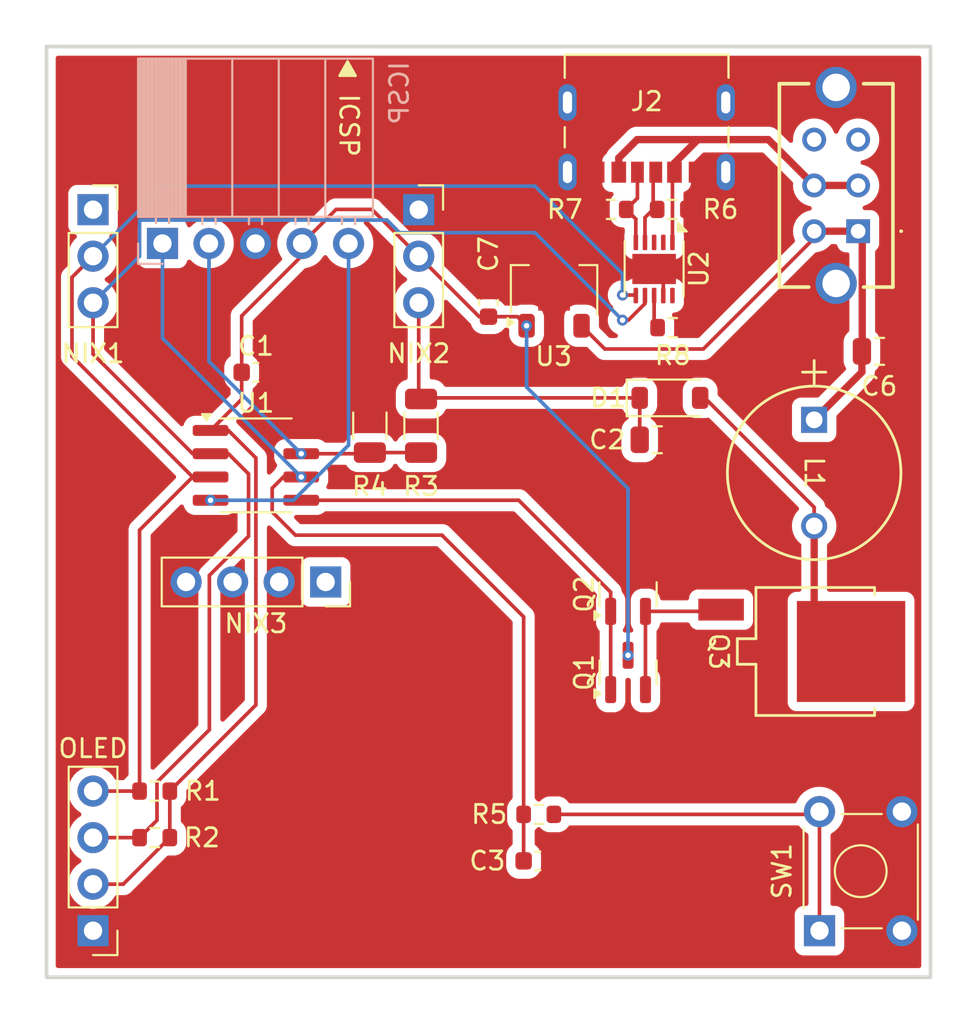
<source format=kicad_pcb>
(kicad_pcb (version 20240108) (generator "pcbnew") (generator_version "8.0")
  (layers (0 "F.Cu" signal) (31 "B.Cu" signal) (34 "B.Paste" user) (35 "F.Paste" user) (36 "B.SilkS" user "B.Silkscreen") (37 "F.SilkS" user "F.Silkscreen") (38 "B.Mask" user) (39 "F.Mask" user) (44 "Edge.Cuts" user))
  (net 0 "")
  (net 1 "GND")
  (net 2 "/5V VRM/5V")
  (net 3 "/Boost Converter/180V")
  (net 4 "/Button/Button")
  (net 5 "Net-(D1-A)")
  (net 6 "Net-(J1-Pin_5)")
  (net 7 "/Controller/HVMON")
  (net 8 "/Controller/SCL")
  (net 9 "/Controller/SDA")
  (net 10 "Net-(Q1-E)")
  (net 11 "/Boost Converter/PWM")
  (net 12 "Net-(R5-Pad2)")
  (net 13 "Net-(U2-VSET)")
  (net 19 "/USB PD/CC1")
  (net 20 "/USB PD/CC2")
  (net 23 "/5V VRM/VBUS")
  (net 24 "/USB PD/VBUS In")
  (footprint "Package_TO_SOT_SMD:SOT-89-3" (layer "F.Cu") (at 150.9 92.03 90)
    (property "Reference" "U3" (at -3.6264 -0.024 180) (layer "F.SilkS"))
    (property "Value" "~")
    (fp_line (start -1.22 -2.36) (end 1.36 -2.36) (stroke (width 0.12)) (layer "F.SilkS"))
    (fp_line (start 1.36 -1.38) (end 1.36 -2.36) (stroke (width 0.12)) (layer "F.SilkS"))
    (fp_line (start 1.36 1.38) (end 1.36 2.36) (stroke (width 0.12)) (layer "F.SilkS"))
    (fp_line (start 1.36 2.36) (end -1.36 2.36) (stroke (width 0.12)) (layer "F.SilkS"))
    (fp_poly (pts (xy -1.77 -2.21) (xy -2.01 -2.54) (xy -1.53 -2.54) (xy -1.77 -2.21)) (stroke (width 0.12)) (fill solid) (layer "F.SilkS"))
    (pad "1" smd roundrect (at -1.95 -1.5 90) (size 1.3 0.9) (layers "F.Cu" "F.Paste" "F.Mask") (net 2 "/5V VRM/5V"))
    (pad "2" smd custom (at -1.8625 0 90) (size 1.475 0.9) (layers "F.Cu" "F.Paste" "F.Mask") (net 1 "GND") (options (clearance outline) (anchor rect)) (primitives (gr_poly (pts (xy 3.8625 0.8665) (xy 0.7375 0.8665) (xy 0.7375 -0.8665) (xy 3.8625 -0.8665)) (width 0) (fill yes))))
    (pad "3" smd roundrect (at -1.95 1.5 90) (size 1.3 0.9) (layers "F.Cu" "F.Paste" "F.Mask") (net 23 "/5V VRM/VBUS"))
  )
  (footprint "Connector_PinSocket_2.54mm:PinSocket_1x04_P2.54mm_Vertical" (layer "F.Cu") (at 138.43 107.965 -90)
    (property "Reference" "J4" (hide yes))
    (property "Value" "NIX3" (at 2.271 3.81 180) (layer "F.SilkS"))
    (fp_line (start -1.33 8.95) (end 1.33 8.95) (stroke (width 0.12)) (layer "F.SilkS"))
    (fp_line (start -1.33 1.27) (end -1.33 8.95) (stroke (width 0.12)) (layer "F.SilkS"))
    (fp_line (start -1.33 1.27) (end 1.33 1.27) (stroke (width 0.12)) (layer "F.SilkS"))
    (fp_line (start 1.33 1.27) (end 1.33 8.95) (stroke (width 0.12)) (layer "F.SilkS"))
    (fp_line (start 0 -1.33) (end 1.33 -1.33) (stroke (width 0.12)) (layer "F.SilkS"))
    (fp_line (start 1.33 -1.33) (end 1.33 0) (stroke (width 0.12)) (layer "F.SilkS"))
    (pad "1" thru_hole rect (at 0 0 270) (size 1.7 1.7) (drill 1) (layers "*.Cu" "*.Mask"))
    (pad "2" thru_hole oval (at 0 2.54 270) (size 1.7 1.7) (drill 1) (layers "*.Cu" "*.Mask") (net 1 "GND"))
    (pad "3" thru_hole oval (at 0 5.08 270) (size 1.7 1.7) (drill 1) (layers "*.Cu" "*.Mask") (net 1 "GND"))
    (pad "4" thru_hole oval (at 0 7.62 270) (size 1.7 1.7) (drill 1) (layers "*.Cu" "*.Mask") (net 1 "GND"))
  )
  (footprint "Capacitor_SMD:C_0603_1608Metric" (layer "F.Cu") (at 134.62 96.52)
    (property "Reference" "C1" (at 0 -1.43 0) (layer "F.SilkS"))
    (property "Value" "100nF")
    (fp_line (start -0.14058 -0.51) (end 0.14058 -0.51) (stroke (width 0.12)) (layer "F.SilkS"))
    (fp_line (start -0.14058 0.51) (end 0.14058 0.51) (stroke (width 0.12)) (layer "F.SilkS"))
    (pad "1" smd roundrect (at -0.775 0) (size 0.9 0.95) (layers "F.Cu" "F.Paste" "F.Mask") (net 2 "/5V VRM/5V"))
    (pad "2" smd roundrect (at 0.775 0) (size 0.9 0.95) (layers "F.Cu" "F.Paste" "F.Mask") (net 1 "GND"))
  )
  (footprint "Package_TO_SOT_SMD:SOT-23" (layer "F.Cu") (at 154.94 112.903 90)
    (property "Reference" "Q1" (at 0 -2.4 90) (layer "F.SilkS"))
    (property "Value" "MMBT2222A")
    (fp_line (start 0 -1.56) (end 0.65 -1.56) (stroke (width 0.12)) (layer "F.SilkS"))
    (fp_line (start 0 -1.56) (end -0.65 -1.56) (stroke (width 0.12)) (layer "F.SilkS"))
    (fp_line (start 0 1.56) (end 0.65 1.56) (stroke (width 0.12)) (layer "F.SilkS"))
    (fp_line (start 0 1.56) (end -0.65 1.56) (stroke (width 0.12)) (layer "F.SilkS"))
    (fp_poly (pts (xy -1.1625 -1.51) (xy -1.4025 -1.84) (xy -0.9225 -1.84) (xy -1.1625 -1.51)) (stroke (width 0.12)) (fill solid) (layer "F.SilkS"))
    (pad "1" smd roundrect (at -0.9375 -0.95 90) (size 1.475 0.6) (layers "F.Cu" "F.Paste" "F.Mask") (net 11 "/Boost Converter/PWM"))
    (pad "2" smd roundrect (at -0.9375 0.95 90) (size 1.475 0.6) (layers "F.Cu" "F.Paste" "F.Mask") (net 10 "Net-(Q1-E)"))
    (pad "3" smd roundrect (at 0.9375 0 90) (size 1.475 0.6) (layers "F.Cu" "F.Paste" "F.Mask") (net 2 "/5V VRM/5V"))
  )
  (footprint "Package_TO_SOT_SMD:SOT-23" (layer "F.Cu") (at 154.94 108.632499 90)
    (property "Reference" "Q2" (at 0 -2.4 90) (layer "F.SilkS"))
    (property "Value" "MMBT2907ALT1G")
    (fp_line (start 0 -1.56) (end 0.65 -1.56) (stroke (width 0.12)) (layer "F.SilkS"))
    (fp_line (start 0 -1.56) (end -0.65 -1.56) (stroke (width 0.12)) (layer "F.SilkS"))
    (fp_line (start 0 1.56) (end 0.65 1.56) (stroke (width 0.12)) (layer "F.SilkS"))
    (fp_line (start 0 1.56) (end -0.65 1.56) (stroke (width 0.12)) (layer "F.SilkS"))
    (fp_poly (pts (xy -1.1625 -1.51) (xy -1.4025 -1.84) (xy -0.9225 -1.84) (xy -1.1625 -1.51)) (stroke (width 0.12)) (fill solid) (layer "F.SilkS"))
    (pad "1" smd roundrect (at -0.9375 -0.95 90) (size 1.475 0.6) (layers "F.Cu" "F.Paste" "F.Mask") (net 11 "/Boost Converter/PWM"))
    (pad "2" smd roundrect (at -0.9375 0.95 90) (size 1.475 0.6) (layers "F.Cu" "F.Paste" "F.Mask") (net 10 "Net-(Q1-E)"))
    (pad "3" smd roundrect (at 0.9375 0 90) (size 1.475 0.6) (layers "F.Cu" "F.Paste" "F.Mask") (net 1 "GND"))
  )
  (footprint "Connector_PinSocket_2.54mm:PinSocket_1x03_P2.54mm_Vertical" (layer "F.Cu") (at 125.73 87.645)
    (property "Reference" "J5" (hide yes))
    (property "Value" "NIX1" (at 0 7.85 0) (layer "F.SilkS"))
    (fp_line (start -1.33 1.27) (end -1.33 6.41) (stroke (width 0.12)) (layer "F.SilkS"))
    (fp_line (start -1.33 1.27) (end 1.33 1.27) (stroke (width 0.12)) (layer "F.SilkS"))
    (fp_line (start -1.33 6.41) (end 1.33 6.41) (stroke (width 0.12)) (layer "F.SilkS"))
    (fp_line (start 0 -1.33) (end 1.33 -1.33) (stroke (width 0.12)) (layer "F.SilkS"))
    (fp_line (start 1.33 -1.33) (end 1.33 0) (stroke (width 0.12)) (layer "F.SilkS"))
    (fp_line (start 1.33 1.27) (end 1.33 6.41) (stroke (width 0.12)) (layer "F.SilkS"))
    (pad "1" thru_hole rect (at 0 0) (size 1.7 1.7) (drill 1) (layers "*.Cu" "*.Mask"))
    (pad "2" thru_hole oval (at 0 2.54) (size 1.7 1.7) (drill 1) (layers "*.Cu" "*.Mask") (net 9 "/Controller/SDA"))
    (pad "3" thru_hole oval (at 0 5.08) (size 1.7 1.7) (drill 1) (layers "*.Cu" "*.Mask") (net 8 "/Controller/SCL"))
  )
  (footprint "Package_SO:SOIC-8_3.9x4.9mm_P1.27mm" (layer "F.Cu") (at 134.62 101.6)
    (property "Reference" "U1" (at 0 -3.4 0) (layer "F.SilkS"))
    (property "Value" "~")
    (fp_line (start 0 -2.56) (end -1.95 -2.56) (stroke (width 0.12)) (layer "F.SilkS"))
    (fp_line (start 0 -2.56) (end 1.95 -2.56) (stroke (width 0.12)) (layer "F.SilkS"))
    (fp_line (start 0 2.56) (end -1.95 2.56) (stroke (width 0.12)) (layer "F.SilkS"))
    (fp_line (start 0 2.56) (end 1.95 2.56) (stroke (width 0.12)) (layer "F.SilkS"))
    (fp_poly (pts (xy -2.7 -2.465) (xy -2.94 -2.795) (xy -2.46 -2.795) (xy -2.7 -2.465)) (stroke (width 0.12)) (fill solid) (layer "F.SilkS"))
    (pad "1" smd roundrect (at -2.475 -1.905) (size 1.95 0.6) (layers "F.Cu" "F.Paste" "F.Mask") (net 2 "/5V VRM/5V"))
    (pad "2" smd roundrect (at -2.475 -0.635) (size 1.95 0.6) (layers "F.Cu" "F.Paste" "F.Mask") (net 8 "/Controller/SCL"))
    (pad "3" smd roundrect (at -2.475 0.635) (size 1.95 0.6) (layers "F.Cu" "F.Paste" "F.Mask") (net 9 "/Controller/SDA"))
    (pad "4" smd roundrect (at -2.475 1.905) (size 1.95 0.6) (layers "F.Cu" "F.Paste" "F.Mask") (net 6 "Net-(J1-Pin_5)"))
    (pad "5" smd roundrect (at 2.475 1.905) (size 1.95 0.6) (layers "F.Cu" "F.Paste" "F.Mask") (net 11 "/Boost Converter/PWM"))
    (pad "6" smd roundrect (at 2.475 0.635) (size 1.95 0.6) (layers "F.Cu" "F.Paste" "F.Mask") (net 4 "/Button/Button"))
    (pad "7" smd roundrect (at 2.475 -0.635) (size 1.95 0.6) (layers "F.Cu" "F.Paste" "F.Mask") (net 7 "/Controller/HVMON"))
    (pad "8" smd roundrect (at 2.475 -1.905) (size 1.95 0.6) (layers "F.Cu" "F.Paste" "F.Mask") (net 1 "GND"))
  )
  (footprint "SamacSys_Parts:SLW1116297AD" (layer "F.Cu") (at 167.5 88.82 90)
    (property "Reference" "S1" (hide yes))
    (property "Value" "SLW-111629-7A-D" (hide yes))
    (fp_line (start 8.05 -4.3) (end 8.05 -2.7) (stroke (width 0.2)) (layer "F.SilkS"))
    (fp_line (start -3.05 -4.3) (end 8.05 -4.3) (stroke (width 0.2)) (layer "F.SilkS"))
    (fp_line (start -3.05 -2.7) (end -3.05 -4.3) (stroke (width 0.2)) (layer "F.SilkS"))
    (fp_line (start -3.05 0.3) (end -3.05 1.9) (stroke (width 0.2)) (layer "F.SilkS"))
    (fp_line (start 8.05 1.9) (end 8.05 0.3) (stroke (width 0.2)) (layer "F.SilkS"))
    (fp_line (start -3.05 1.9) (end 8.05 1.9) (stroke (width 0.2)) (layer "F.SilkS"))
    (fp_line (start 0 2.3) (end 0 2.3) (stroke (width 0.1)) (layer "F.SilkS"))
    (fp_line (start 0 2.4) (end 0 2.4) (stroke (width 0.1)) (layer "F.SilkS"))
    (fp_arc (start 0 2.3) (mid 0.05 2.35) (end 0 2.4) (stroke (width 0.1)) (layer "F.SilkS"))
    (fp_arc (start 0 2.4) (mid -0.05 2.35) (end 0 2.3) (stroke (width 0.1)) (layer "F.SilkS"))
    (pad "1" thru_hole rect (at 0 0 90) (size 1.3 1.3) (drill 0.8) (layers "*.Cu" "*.Mask") (net 23 "/5V VRM/VBUS"))
    (pad "2" thru_hole circle (at 2.5 0 90) (size 1.3 1.3) (drill 0.8) (layers "*.Cu" "*.Mask") (net 24 "/USB PD/VBUS In"))
    (pad "3" thru_hole circle (at 5 0 90) (size 1.3 1.3) (drill 0.8) (layers "*.Cu" "*.Mask"))
    (pad "4" thru_hole circle (at 5 -2.4 90) (size 1.3 1.3) (drill 0.8) (layers "*.Cu" "*.Mask"))
    (pad "5" thru_hole circle (at 2.5 -2.4 90) (size 1.3 1.3) (drill 0.8) (layers "*.Cu" "*.Mask") (net 24 "/USB PD/VBUS In"))
    (pad "6" thru_hole circle (at 0 -2.4 90) (size 1.3 1.3) (drill 0.8) (layers "*.Cu" "*.Mask") (net 23 "/5V VRM/VBUS"))
    (pad "MH1" thru_hole circle (at -2.85 -1.2 90) (size 2.25 2.25) (drill 1.5) (layers "*.Cu" "*.Mask") (net 1 "GND"))
    (pad "MH2" thru_hole circle (at 7.85 -1.2 90) (size 2.25 2.25) (drill 1.5) (layers "*.Cu" "*.Mask") (net 1 "GND"))
  )
  (footprint "Resistor_SMD:R_0603_1608Metric" (layer "F.Cu") (at 157.353 87.63 180)
    (property "Reference" "R6" (at -2.631 0 180) (layer "F.SilkS"))
    (property "Value" "5.1k")
    (fp_line (start -0.237258 0.5225) (end 0.237258 0.5225) (stroke (width 0.12)) (layer "F.SilkS"))
    (fp_line (start -0.237258 -0.5225) (end 0.237258 -0.5225) (stroke (width 0.12)) (layer "F.SilkS"))
    (pad "1" smd roundrect (at -0.825 0 180) (size 0.8 0.95) (layers "F.Cu" "F.Paste" "F.Mask") (net 1 "GND"))
    (pad "2" smd roundrect (at 0.825 0 180) (size 0.8 0.95) (layers "F.Cu" "F.Paste" "F.Mask") (net 19 "/USB PD/CC1"))
  )
  (footprint "Capacitor_SMD:C_0603_1608Metric" (layer "F.Cu") (at 147.32 92.71 90)
    (property "Reference" "C7" (at 2.6416 0 90) (layer "F.SilkS"))
    (property "Value" "100nF")
    (fp_line (start -0.14058 -0.51) (end 0.14058 -0.51) (stroke (width 0.12)) (layer "F.SilkS"))
    (fp_line (start -0.14058 0.51) (end 0.14058 0.51) (stroke (width 0.12)) (layer "F.SilkS"))
    (pad "1" smd roundrect (at -0.775 0 90) (size 0.9 0.95) (layers "F.Cu" "F.Paste" "F.Mask") (net 2 "/5V VRM/5V"))
    (pad "2" smd roundrect (at 0.775 0 90) (size 0.9 0.95) (layers "F.Cu" "F.Paste" "F.Mask") (net 1 "GND"))
  )
  (footprint "Resistor_SMD:R_0603_1608Metric" (layer "F.Cu") (at 129.095 119.38 180)
    (property "Reference" "R1" (at -2.6294 0 0) (layer "F.SilkS"))
    (property "Value" "5.1k")
    (fp_line (start -0.237258 0.5225) (end 0.237258 0.5225) (stroke (width 0.12)) (layer "F.SilkS"))
    (fp_line (start -0.237258 -0.5225) (end 0.237258 -0.5225) (stroke (width 0.12)) (layer "F.SilkS"))
    (pad "1" smd roundrect (at -0.825 0 180) (size 0.8 0.95) (layers "F.Cu" "F.Paste" "F.Mask") (net 2 "/5V VRM/5V"))
    (pad "2" smd roundrect (at 0.825 0 180) (size 0.8 0.95) (layers "F.Cu" "F.Paste" "F.Mask") (net 9 "/Controller/SDA"))
  )
  (footprint "Diode_SMD:D_SOD-123" (layer "F.Cu") (at 157.226 97.917)
    (property "Reference" "D1" (at -3.3772 0 0) (layer "F.SilkS"))
    (property "Value" "D_Schottky")
    (fp_line (start -2.36 -1) (end -2.36 1) (stroke (width 0.12)) (layer "F.SilkS"))
    (fp_line (start -2.36 -1) (end 1.65 -1) (stroke (width 0.12)) (layer "F.SilkS"))
    (fp_line (start -2.36 1) (end 1.65 1) (stroke (width 0.12)) (layer "F.SilkS"))
    (pad "1" smd roundrect (at -1.65 0) (size 0.9 1.2) (layers "F.Cu" "F.Paste" "F.Mask") (net 3 "/Boost Converter/180V"))
    (pad "2" smd roundrect (at 1.65 0) (size 0.9 1.2) (layers "F.Cu" "F.Paste" "F.Mask") (net 5 "Net-(D1-A)"))
  )
  (footprint "Connector_PinHeader_2.54mm:PinHeader_1x04_P2.54mm_Vertical" (layer "F.Cu") (at 125.73 127 180)
    (property "Reference" "J3" (hide yes))
    (property "Value" "OLED" (at 0 9.95 0) (layer "F.SilkS"))
    (fp_line (start 1.33 1.27) (end 1.33 8.95) (stroke (width 0.12)) (layer "F.SilkS"))
    (fp_line (start -1.33 8.95) (end 1.33 8.95) (stroke (width 0.12)) (layer "F.SilkS"))
    (fp_line (start -1.33 1.27) (end 1.33 1.27) (stroke (width 0.12)) (layer "F.SilkS"))
    (fp_line (start -1.33 1.27) (end -1.33 8.95) (stroke (width 0.12)) (layer "F.SilkS"))
    (fp_line (start -1.33 0) (end -1.33 -1.33) (stroke (width 0.12)) (layer "F.SilkS"))
    (fp_line (start -1.33 -1.33) (end 0 -1.33) (stroke (width 0.12)) (layer "F.SilkS"))
    (pad "1" thru_hole rect (at 0 0 180) (size 1.7 1.7) (drill 1) (layers "*.Cu" "*.Mask") (net 1 "GND"))
    (pad "2" thru_hole oval (at 0 2.54 180) (size 1.7 1.7) (drill 1) (layers "*.Cu" "*.Mask") (net 2 "/5V VRM/5V"))
    (pad "3" thru_hole oval (at 0 5.08 180) (size 1.7 1.7) (drill 1) (layers "*.Cu" "*.Mask") (net 8 "/Controller/SCL"))
    (pad "4" thru_hole oval (at 0 7.62 180) (size 1.7 1.7) (drill 1) (layers "*.Cu" "*.Mask") (net 9 "/Controller/SDA"))
  )
  (footprint "Package_DFN_QFN:DFN-10-1EP_3x3mm_P0.5mm_EP1.65x2.38mm" (layer "F.Cu") (at 156.3624 90.8812 -90)
    (property "Reference" "U2" (at 0 -2.45 90) (layer "F.SilkS"))
    (property "Value" "~")
    (fp_line (start -1.5 1.61) (end 1.5 1.61) (stroke (width 0.12)) (layer "F.SilkS"))
    (fp_line (start -1.5 -1.61) (end 1.5 -1.61) (stroke (width 0.12)) (layer "F.SilkS"))
    (fp_poly (pts (xy -2.05 -1.3) (xy -2.53 -1.3) (xy -2.05 -1.78) (xy -2.05 -1.3)) (stroke (width 0.12)) (fill solid) (layer "F.SilkS"))
    (pad "1" smd roundrect (at -1.45 -1 270) (size 0.85 0.25) (layers "F.Cu" "F.Paste" "F.Mask") (net 24 "/USB PD/VBUS In"))
    (pad "2" smd roundrect (at -1.45 -0.5 270) (size 0.85 0.25) (layers "F.Cu" "F.Paste" "F.Mask"))
    (pad "3" smd roundrect (at -1.45 0 270) (size 0.85 0.25) (layers "F.Cu" "F.Paste" "F.Mask"))
    (pad "4" smd roundrect (at -1.45 0.5 270) (size 0.85 0.25) (layers "F.Cu" "F.Paste" "F.Mask") (net 19 "/USB PD/CC1"))
    (pad "5" smd roundrect (at -1.45 1 270) (size 0.85 0.25) (layers "F.Cu" "F.Paste" "F.Mask") (net 20 "/USB PD/CC2"))
    (pad "6" smd roundrect (at 1.45 1 270) (size 0.85 0.25) (layers "F.Cu" "F.Paste" "F.Mask") (net 9 "/Controller/SDA"))
    (pad "7" smd roundrect (at 1.45 0.5 270) (size 0.85 0.25) (layers "F.Cu" "F.Paste" "F.Mask") (net 8 "/Controller/SCL"))
    (pad "8" smd roundrect (at 1.45 0 270) (size 0.85 0.25) (layers "F.Cu" "F.Paste" "F.Mask") (net 13 "Net-(U2-VSET)"))
    (pad "9" smd roundrect (at 1.45 -0.5 270) (size 0.85 0.25) (layers "F.Cu" "F.Paste" "F.Mask") (net 1 "GND"))
    (pad "10" smd roundrect (at 1.45 -1 270) (size 0.85 0.25) (layers "F.Cu" "F.Paste" "F.Mask"))
    (pad "11" smd rect (at 0 0 270) (size 1.65 2.38) (property pad_prop_heatsink) (layers "F.Cu" "F.Mask") (net 1 "GND"))
  )
  (footprint "Resistor_SMD:R_0603_1608Metric" (layer "F.Cu") (at 154.015 87.63 180)
    (property "Reference" "R7" (at 2.5294 0 180) (layer "F.SilkS"))
    (property "Value" "5.1k")
    (fp_line (start -0.237258 0.5225) (end 0.237258 0.5225) (stroke (width 0.12)) (layer "F.SilkS"))
    (fp_line (start -0.237258 -0.5225) (end 0.237258 -0.5225) (stroke (width 0.12)) (layer "F.SilkS"))
    (pad "1" smd roundrect (at -0.825 0 180) (size 0.8 0.95) (layers "F.Cu" "F.Paste" "F.Mask") (net 20 "/USB PD/CC2"))
    (pad "2" smd roundrect (at 0.825 0 180) (size 0.8 0.95) (layers "F.Cu" "F.Paste" "F.Mask") (net 1 "GND"))
  )
  (footprint "Capacitor_SMD:C_0603_1608Metric" (layer "F.Cu") (at 150.0132 123.19)
    (property "Reference" "C3" (at -2.7562 0 0) (layer "F.SilkS"))
    (property "Value" "10nF")
    (fp_line (start -0.14058 -0.51) (end 0.14058 -0.51) (stroke (width 0.12)) (layer "F.SilkS"))
    (fp_line (start -0.14058 0.51) (end 0.14058 0.51) (stroke (width 0.12)) (layer "F.SilkS"))
    (pad "1" smd roundrect (at -0.775 0) (size 0.9 0.95) (layers "F.Cu" "F.Paste" "F.Mask") (net 4 "/Button/Button"))
    (pad "2" smd roundrect (at 0.775 0) (size 0.9 0.95) (layers "F.Cu" "F.Paste" "F.Mask") (net 1 "GND"))
  )
  (footprint "Connector USB:CUI_UJC-HP-3-SMT-TR" (layer "F.Cu") (at 155.952 85.593 180)
    (property "Reference" "J2" (at -0.004 3.8558 0) (layer "F.SilkS") (effects (font (size 1.016 1.016))))
    (property "Value" "UJC-HP-3-SMT-TR")
    (fp_line (start 4.47 6.4) (end 4.47 5.15) (stroke (width 0.127)) (layer "F.SilkS"))
    (fp_line (start 4.47 2.45) (end 4.47 1.35) (stroke (width 0.127)) (layer "F.SilkS"))
    (fp_line (start -4.47 6.4) (end 4.47 6.4) (stroke (width 0.127)) (layer "F.SilkS"))
    (fp_line (start -4.47 6.4) (end -4.47 5.15) (stroke (width 0.127)) (layer "F.SilkS"))
    (fp_line (start -4.47 2.45) (end -4.47 1.35) (stroke (width 0.127)) (layer "F.SilkS"))
    (pad "A5" smd rect (at -0.5 -0.005 270) (size 1.15 0.7) (layers "F.Cu" "F.Paste" "F.Mask") (net 19 "/USB PD/CC1"))
    (pad "A9" smd rect (at 1.52 -0.005 270) (size 1.15 0.8) (layers "F.Cu" "F.Paste" "F.Mask") (net 24 "/USB PD/VBUS In"))
    (pad "A12" smd rect (at 2.75 -0.005 270) (size 1.15 0.9) (layers "F.Cu" "F.Paste" "F.Mask") (net 1 "GND"))
    (pad "B5" smd rect (at 0.5 -0.005 270) (size 1.15 0.7) (layers "F.Cu" "F.Paste" "F.Mask") (net 20 "/USB PD/CC2"))
    (pad "B9" smd rect (at -1.52 -0.005 270) (size 1.15 0.8) (layers "F.Cu" "F.Paste" "F.Mask") (net 24 "/USB PD/VBUS In"))
    (pad "B12" smd rect (at -2.75 -0.005 270) (size 1.15 0.9) (layers "F.Cu" "F.Paste" "F.Mask") (net 1 "GND"))
    (pad "S1" thru_hole oval (at -4.32 0 180) (size 1 2) (drill oval 0.5 1.2) (layers "*.Cu" "*.Mask") (net 1 "GND"))
    (pad "S1" thru_hole oval (at -4.32 3.8 180) (size 1 2) (drill oval 0.5 1.2) (layers "*.Cu" "*.Mask") (net 1 "GND"))
    (pad "S1" thru_hole oval (at 4.32 0 180) (size 1 2) (drill oval 0.5 1.2) (layers "*.Cu" "*.Mask") (net 1 "GND"))
    (pad "S1" thru_hole oval (at 4.32 3.8 180) (size 1 2) (drill oval 0.5 1.2) (layers "*.Cu" "*.Mask") (net 1 "GND"))
  )
  (footprint "Inductor_:Bourns RLB1014" (layer "F.Cu") (at 165.1 99.116149 -90)
    (property "Reference" "L1" (at 2.8956 0 -90) (layer "F.SilkS"))
    (property "Value" "2.2mH")
    (fp_line (start -3.2385 0) (end -1.9685 0) (stroke (width 0.1524)) (layer "F.SilkS"))
    (fp_line (start -2.6035 -0.635) (end -2.6035 0.635) (stroke (width 0.1524)) (layer "F.SilkS"))
    (fp_circle (center 2.8956 0) (end 7.6327 0) (stroke (width 0.1524)) (fill none) (layer "F.SilkS"))
    (pad "1" thru_hole rect (at 0 0 270) (size 1.4224 1.4224) (drill 0.9144) (layers "*.Cu" "*.Mask") (net 23 "/5V VRM/VBUS"))
    (pad "2" thru_hole circle (at 5.7912 0 270) (size 1.4224 1.4224) (drill 0.9144) (layers "*.Cu" "*.Mask") (net 5 "Net-(D1-A)"))
  )
  (footprint "Resistor_SMD:R_0603_1608Metric" (layer "F.Cu") (at 157.3784 94.0816)
    (property "Reference" "R8" (at 0 1.524 0) (layer "F.SilkS"))
    (property "Value" "10")
    (fp_line (start -0.237258 -0.5225) (end 0.237258 -0.5225) (stroke (width 0.12)) (layer "F.SilkS"))
    (fp_line (start -0.237258 0.5225) (end 0.237258 0.5225) (stroke (width 0.12)) (layer "F.SilkS"))
    (pad "1" smd roundrect (at -0.825 0) (size 0.8 0.95) (layers "F.Cu" "F.Paste" "F.Mask") (net 13 "Net-(U2-VSET)"))
    (pad "2" smd roundrect (at 0.825 0) (size 0.8 0.95) (layers "F.Cu" "F.Paste" "F.Mask") (net 1 "GND"))
  )
  (footprint "Button_Switch_:B3F-10xx" (layer "F.Cu") (at 165.39 127 90)
    (property "Reference" "SW1" (at 3.25 -2.05 90) (layer "F.SilkS"))
    (property "Value" "SW_Omron_B3FS")
    (fp_line (start 1.2 -0.87) (end 5.6 -0.87) (stroke (width 0.12)) (layer "F.SilkS"))
    (fp_line (start 6.37 1.2) (end 6.37 3.4) (stroke (width 0.12)) (layer "F.SilkS"))
    (fp_line (start 0.13 3.4) (end 0.13 1.2) (stroke (width 0.12)) (layer "F.SilkS"))
    (fp_line (start 0.6 5.37) (end 5.8 5.37) (stroke (width 0.12)) (layer "F.SilkS"))
    (fp_circle (center 3.25 2.25) (end 4.25 3.25) (stroke (width 0.12)) (fill none) (layer "F.SilkS"))
    (pad "1" thru_hole rect (at 0 0 90) (size 1.7 1.7) (drill 1) (layers "*.Cu" "*.Mask") (net 12 "Net-(R5-Pad2)"))
    (pad "1" thru_hole circle (at 6.5 0 90) (size 1.7 1.7) (drill 1) (layers "*.Cu" "*.Mask") (net 12 "Net-(R5-Pad2)"))
    (pad "2" thru_hole circle (at 0 4.5 90) (size 1.7 1.7) (drill 1) (layers "*.Cu" "*.Mask") (net 1 "GND"))
    (pad "2" thru_hole circle (at 6.5 4.5 90) (size 1.7 1.7) (drill 1) (layers "*.Cu" "*.Mask") (net 1 "GND"))
  )
  (footprint "Capacitor_SMD:C_0805_2012Metric" (layer "F.Cu") (at 156.525 100.203)
    (property "Reference" "C2" (at -2.728 0 0) (layer "F.SilkS"))
    (property "Value" "1uF")
    (fp_line (start -0.261252 -0.735) (end 0.261252 -0.735) (stroke (width 0.12)) (layer "F.SilkS"))
    (fp_line (start -0.261252 0.735) (end 0.261252 0.735) (stroke (width 0.12)) (layer "F.SilkS"))
    (pad "1" smd roundrect (at -0.95 0) (size 1 1.45) (layers "F.Cu" "F.Paste" "F.Mask") (net 3 "/Boost Converter/180V"))
    (pad "2" smd roundrect (at 0.95 0) (size 1 1.45) (layers "F.Cu" "F.Paste" "F.Mask") (net 1 "GND"))
  )
  (footprint "Connector_PinSocket_2.54mm:PinSocket_1x03_P2.54mm_Vertical" (layer "F.Cu") (at 143.51 87.645)
    (property "Reference" "J6" (hide yes))
    (property "Value" "NIX2" (at 0 7.85 0) (layer "F.SilkS"))
    (fp_line (start -1.33 1.27) (end -1.33 6.41) (stroke (width 0.12)) (layer "F.SilkS"))
    (fp_line (start -1.33 1.27) (end 1.33 1.27) (stroke (width 0.12)) (layer "F.SilkS"))
    (fp_line (start -1.33 6.41) (end 1.33 6.41) (stroke (width 0.12)) (layer "F.SilkS"))
    (fp_line (start 0 -1.33) (end 1.33 -1.33) (stroke (width 0.12)) (layer "F.SilkS"))
    (fp_line (start 1.33 -1.33) (end 1.33 0) (stroke (width 0.12)) (layer "F.SilkS"))
    (fp_line (start 1.33 1.27) (end 1.33 6.41) (stroke (width 0.12)) (layer "F.SilkS"))
    (pad "1" thru_hole rect (at 0 0) (size 1.7 1.7) (drill 1) (layers "*.Cu" "*.Mask") (net 1 "GND"))
    (pad "2" thru_hole oval (at 0 2.54) (size 1.7 1.7) (drill 1) (layers "*.Cu" "*.Mask") (net 2 "/5V VRM/5V"))
    (pad "3" thru_hole oval (at 0 5.08) (size 1.7 1.7) (drill 1) (layers "*.Cu" "*.Mask") (net 3 "/Boost Converter/180V"))
  )
  (footprint "Resistor_SMD:R_0603_1608Metric" (layer "F.Cu") (at 129.095 121.92 180)
    (property "Reference" "R2" (at -2.5786 0 0) (layer "F.SilkS"))
    (property "Value" "5.1k")
    (fp_line (start -0.237258 0.5225) (end 0.237258 0.5225) (stroke (width 0.12)) (layer "F.SilkS"))
    (fp_line (start -0.237258 -0.5225) (end 0.237258 -0.5225) (stroke (width 0.12)) (layer "F.SilkS"))
    (pad "1" smd roundrect (at -0.825 0 180) (size 0.8 0.95) (layers "F.Cu" "F.Paste" "F.Mask") (net 2 "/5V VRM/5V"))
    (pad "2" smd roundrect (at 0.825 0 180) (size 0.8 0.95) (layers "F.Cu" "F.Paste" "F.Mask") (net 8 "/Controller/SCL"))
  )
  (footprint "Resistor_SMD:R_0603_1608Metric" (layer "F.Cu") (at 150.0632 120.65)
    (property "Reference" "R5" (at -2.7046 0 0) (layer "F.SilkS"))
    (property "Value" "10k")
    (fp_line (start -0.237258 -0.5225) (end 0.237258 -0.5225) (stroke (width 0.12)) (layer "F.SilkS"))
    (fp_line (start -0.237258 0.5225) (end 0.237258 0.5225) (stroke (width 0.12)) (layer "F.SilkS"))
    (pad "1" smd roundrect (at -0.825 0) (size 0.8 0.95) (layers "F.Cu" "F.Paste" "F.Mask") (net 4 "/Button/Button"))
    (pad "2" smd roundrect (at 0.825 0) (size 0.8 0.95) (layers "F.Cu" "F.Paste" "F.Mask") (net 12 "Net-(R5-Pad2)"))
  )
  (footprint "Resistor_SMD:R_1206_3216Metric" (layer "F.Cu") (at 140.843 99.441 90)
    (property "Reference" "R4" (at -3.302 0 180) (layer "F.SilkS"))
    (property "Value" "1.2k")
    (fp_line (start -0.727064 -0.91) (end 0.727064 -0.91) (stroke (width 0.12)) (layer "F.SilkS"))
    (fp_line (start -0.727064 0.91) (end 0.727064 0.91) (stroke (width 0.12)) (layer "F.SilkS"))
    (pad "1" smd roundrect (at -1.4625 0 90) (size 1.125 1.75) (layers "F.Cu" "F.Paste" "F.Mask") (roundrect_rratio 0.222222) (net 7 "/Controller/HVMON"))
    (pad "2" smd roundrect (at 1.4625 0 90) (size 1.125 1.75) (layers "F.Cu" "F.Paste" "F.Mask") (roundrect_rratio 0.222222) (net 1 "GND"))
  )
  (footprint "On Semi:DPAK_FDD7N_ONS" (layer "F.Cu") (at 165.159499 111.76 -90)
    (property "Reference" "Q3" (at 0 5.266499 -90) (layer "F.SilkS"))
    (property "Value" "FDD7N25LZTM")
    (fp_line (start -0.6985 4.2545) (end 0.6985 4.2545) (stroke (width 0.1524)) (layer "F.SilkS"))
    (fp_line (start 0.6985 4.2545) (end 0.6985 3.2385) (stroke (width 0.1524)) (layer "F.SilkS"))
    (fp_line (start -3.4925 3.2385) (end -0.6985 3.2385) (stroke (width 0.1524)) (layer "F.SilkS"))
    (fp_line (start -0.6985 3.2385) (end -0.6985 4.2545) (stroke (width 0.1524)) (layer "F.SilkS"))
    (fp_line (start 0.6985 3.2385) (end 3.4925 3.2385) (stroke (width 0.1524)) (layer "F.SilkS"))
    (fp_line (start 3.4925 3.2385) (end 3.4925 -3.2385) (stroke (width 0.1524)) (layer "F.SilkS"))
    (fp_line (start -3.4925 -3.2385) (end -3.4925 3.2385) (stroke (width 0.1524)) (layer "F.SilkS"))
    (fp_line (start -3.08864 -3.2385) (end -3.4925 -3.2385) (stroke (width 0.1524)) (layer "F.SilkS"))
    (fp_line (start 3.4925 -3.2385) (end 3.08864 -3.2385) (stroke (width 0.1524)) (layer "F.SilkS"))
    (pad "1" smd rect (at -2.284999 5.139499 270) (size 1.1938 2.4892) (layers "F.Cu" "F.Paste" "F.Mask") (net 10 "Net-(Q1-E)"))
    (pad "2" smd rect (at 0 -1.9558 270) (size 5.5118 5.9182) (layers "F.Cu" "F.Paste" "F.Mask") (net 5 "Net-(D1-A)"))
    (pad "3" smd rect (at 2.284999 5.139499 270) (size 1.1938 2.4892) (layers "F.Cu" "F.Paste" "F.Mask") (net 1 "GND"))
  )
  (footprint "Resistor_SMD:R_1206_3216Metric" (layer "F.Cu") (at 143.637 99.441 -90)
    (property "Reference" "R3" (at 3.302 0 180) (layer "F.SilkS"))
    (property "Value" "75k")
    (fp_line (start -0.727064 0.91) (end 0.727064 0.91) (stroke (width 0.12)) (layer "F.SilkS"))
    (fp_line (start -0.727064 -0.91) (end 0.727064 -0.91) (stroke (width 0.12)) (layer "F.SilkS"))
    (pad "1" smd roundrect (at -1.4625 0 270) (size 1.125 1.75) (layers "F.Cu" "F.Paste" "F.Mask") (roundrect_rratio 0.222222) (net 3 "/Boost Converter/180V"))
    (pad "2" smd roundrect (at 1.4625 0 270) (size 1.125 1.75) (layers "F.Cu" "F.Paste" "F.Mask") (roundrect_rratio 0.222222) (net 7 "/Controller/HVMON"))
  )
  (footprint "Capacitor_SMD:C_0805_2012Metric" (layer "F.Cu") (at 168.656 95.377)
    (property "Reference" "C6" (at 0 1.905 0) (layer "F.SilkS"))
    (property "Value" "1uF")
    (fp_line (start -0.261252 -0.735) (end 0.261252 -0.735) (stroke (width 0.12)) (layer "F.SilkS"))
    (fp_line (start -0.261252 0.735) (end 0.261252 0.735) (stroke (width 0.12)) (layer "F.SilkS"))
    (pad "1" smd roundrect (at -0.95 0) (size 1 1.45) (layers "F.Cu" "F.Paste" "F.Mask") (net 23 "/5V VRM/VBUS"))
    (pad "2" smd roundrect (at 0.95 0) (size 1 1.45) (layers "F.Cu" "F.Paste" "F.Mask") (net 1 "GND"))
  )
  (footprint "Connector_PinSocket_2.54mm:PinSocket_1x05_P2.54mm_Horizontal" (layer "B.Cu") (at 129.52 89.49 -90)
    (property "Reference" "J1" (hide yes))
    (property "Value" "ICSP" (at -8.21 -12.93 90) (layer "B.SilkS") (effects (justify mirror)))
    (fp_line (start -1.46 1.33) (end -10.09 1.33) (stroke (width 0.12)) (layer "B.SilkS"))
    (fp_line (start 1.11 1.33) (end 0 1.33) (stroke (width 0.12)) (layer "B.SilkS"))
    (fp_line (start -1.46 1.21) (end -10.09 1.21) (stroke (width 0.12)) (layer "B.SilkS"))
    (fp_line (start -1.46 1.091905) (end -10.09 1.091905) (stroke (width 0.12)) (layer "B.SilkS"))
    (fp_line (start -1.46 0.97381) (end -10.09 0.97381) (stroke (width 0.12)) (layer "B.SilkS"))
    (fp_line (start -1.46 0.855715) (end -10.09 0.855715) (stroke (width 0.12)) (layer "B.SilkS"))
    (fp_line (start -1.46 0.73762) (end -10.09 0.73762) (stroke (width 0.12)) (layer "B.SilkS"))
    (fp_line (start -1.46 0.619525) (end -10.09 0.619525) (stroke (width 0.12)) (layer "B.SilkS"))
    (fp_line (start -1.46 0.50143) (end -10.09 0.50143) (stroke (width 0.12)) (layer "B.SilkS"))
    (fp_line (start -1.46 0.383335) (end -10.09 0.383335) (stroke (width 0.12)) (layer "B.SilkS"))
    (fp_line (start -1.11 0.36) (end -1.46 0.36) (stroke (width 0.12)) (layer "B.SilkS"))
    (fp_line (start -1.46 0.26524) (end -10.09 0.26524) (stroke (width 0.12)) (layer "B.SilkS"))
    (fp_line (start -1.46 0.147145) (end -10.09 0.147145) (stroke (width 0.12)) (layer "B.SilkS"))
    (fp_line (start -1.46 0.02905) (end -10.09 0.02905) (stroke (width 0.12)) (layer "B.SilkS"))
    (fp_line (start 1.11 0) (end 1.11 1.33) (stroke (width 0.12)) (layer "B.SilkS"))
    (fp_line (start -1.46 -0.089045) (end -10.09 -0.089045) (stroke (width 0.12)) (layer "B.SilkS"))
    (fp_line (start -1.46 -0.20714) (end -10.09 -0.20714) (stroke (width 0.12)) (layer "B.SilkS"))
    (fp_line (start -1.46 -0.325235) (end -10.09 -0.325235) (stroke (width 0.12)) (layer "B.SilkS"))
    (fp_line (start -1.11 -0.36) (end -1.46 -0.36) (stroke (width 0.12)) (layer "B.SilkS"))
    (fp_line (start -1.46 -0.44333) (end -10.09 -0.44333) (stroke (width 0.12)) (layer "B.SilkS"))
    (fp_line (start -1.46 -0.561425) (end -10.09 -0.561425) (stroke (width 0.12)) (layer "B.SilkS"))
    (fp_line (start -1.46 -0.67952) (end -10.09 -0.67952) (stroke (width 0.12)) (layer "B.SilkS"))
    (fp_line (start -1.46 -0.797615) (end -10.09 -0.797615) (stroke (width 0.12)) (layer "B.SilkS"))
    (fp_line (start -1.46 -0.91571) (end -10.09 -0.91571) (stroke (width 0.12)) (layer "B.SilkS"))
    (fp_line (start -1.46 -1.033805) (end -10.09 -1.033805) (stroke (width 0.12)) (layer "B.SilkS"))
    (fp_line (start -1.46 -1.1519) (end -10.09 -1.1519) (stroke (width 0.12)) (layer "B.SilkS"))
    (fp_line (start -1.46 -1.27) (end -10.09 -1.27) (stroke (width 0.12)) (layer "B.SilkS"))
    (fp_line (start -1.05 -2.18) (end -1.46 -2.18) (stroke (width 0.12)) (layer "B.SilkS"))
    (fp_line (start -1.05 -2.9) (end -1.46 -2.9) (stroke (width 0.12)) (layer "B.SilkS"))
    (fp_line (start -1.46 -3.81) (end -10.09 -3.81) (stroke (width 0.12)) (layer "B.SilkS"))
    (fp_line (start -1.05 -4.72) (end -1.46 -4.72) (stroke (width 0.12)) (layer "B.SilkS"))
    (fp_line (start -1.05 -5.44) (end -1.46 -5.44) (stroke (width 0.12)) (layer "B.SilkS"))
    (fp_line (start -1.46 -6.35) (end -10.09 -6.35) (stroke (width 0.12)) (layer "B.SilkS"))
    (fp_line (start -1.05 -7.26) (end -1.46 -7.26) (stroke (width 0.12)) (layer "B.SilkS"))
    (fp_line (start -1.05 -7.98) (end -1.46 -7.98) (stroke (width 0.12)) (layer "B.SilkS"))
    (fp_line (start -1.46 -8.89) (end -10.09 -8.89) (stroke (width 0.12)) (layer "B.SilkS"))
    (fp_line (start -1.05 -9.8) (end -1.46 -9.8) (stroke (width 0.12)) (layer "B.SilkS"))
    (fp_line (start -1.05 -10.52) (end -1.46 -10.52) (stroke (width 0.12)) (layer "B.SilkS"))
    (fp_line (start -10.09 -11.49) (end -10.09 1.33) (stroke (width 0.12)) (layer "B.SilkS"))
    (fp_line (start -1.46 -11.49) (end -1.46 1.33) (stroke (width 0.12)) (layer "B.SilkS"))
    (fp_line (start -1.46 -11.49) (end -10.09 -11.49) (stroke (width 0.12)) (layer "B.SilkS"))
    (pad "1" thru_hole rect (at 0 0 270) (size 1.7 1.7) (drill 1) (layers "*.Cu" "*.Mask") (net 4 "/Button/Button"))
    (pad "2" thru_hole oval (at 0 -2.54 270) (size 1.7 1.7) (drill 1) (layers "*.Cu" "*.Mask") (net 7 "/Controller/HVMON"))
    (pad "3" thru_hole oval (at 0 -5.08 270) (size 1.7 1.7) (drill 1) (layers "*.Cu" "*.Mask") (net 1 "GND"))
    (pad "4" thru_hole oval (at 0 -7.62 270) (size 1.7 1.7) (drill 1) (layers "*.Cu" "*.Mask") (net 2 "/5V VRM/5V"))
    (pad "5" thru_hole oval (at 0 -10.16 270) (size 1.7 1.7) (drill 1) (layers "*.Cu" "*.Mask") (net 6 "Net-(J1-Pin_5)"))
  )
  (gr_rect (start 123.19 78.74) (end 171.45 129.54) (stroke (width 0.2)) (fill none) (layer "Edge.Cuts"))
  (gr_text "◀ ICSP" (at 139.7 82.042 -90) (layer "F.SilkS") (effects (font (size 1 1))))
  (segment (start 156.8624 91.3812) (end 156.8624 92.3312) (width 0.2) (layer "F.Cu") (net 1))
  (segment (start 156.3624 90.8812) (end 156.8624 91.3812) (width 0.2) (layer "F.Cu") (net 1))
  (segment (start 135.395 96.52) (end 135.395 97.995) (width 0.2) (layer "F.Cu") (net 1))
  (segment (start 135.395 97.995) (end 137.095 99.695) (width 0.2) (layer "F.Cu") (net 1))
  (segment (start 134.62 101.195001) (end 134.62 114.68) (width 0.2) (layer "F.Cu") (net 2))
  (segment (start 143.51 90.185) (end 140.97 87.645) (width 0.2) (layer "F.Cu") (net 2))
  (segment (start 148.905 93.485) (end 147.32 93.485) (width 0.2) (layer "F.Cu") (net 2))
  (segment (start 127.38 124.46) (end 129.92 121.92) (width 0.2) (layer "F.Cu") (net 2))
  (segment (start 137.14 90.15) (end 133.845 93.445) (width 0.2) (layer "F.Cu") (net 2))
  (segment (start 129.92 119.38) (end 129.92 121.92) (width 0.2) (layer "F.Cu") (net 2))
  (segment (start 139 87.63) (end 137.14 89.49) (width 0.2) (layer "F.Cu") (net 2))
  (segment (start 133.845 93.445) (end 133.845 96.52) (width 0.2) (layer "F.Cu") (net 2))
  (segment (start 140.97 87.63) (end 139 87.63) (width 0.2) (layer "F.Cu") (net 2))
  (segment (start 137.14 89.49) (end 137.14 90.15) (width 0.2) (layer "F.Cu") (net 2))
  (segment (start 149.4 93.98) (end 148.905 93.485) (width 0.2) (layer "F.Cu") (net 2))
  (segment (start 132.145 99.695) (end 133.845 97.995) (width 0.2) (layer "F.Cu") (net 2))
  (segment (start 132.145 99.695) (end 133.119999 99.695) (width 0.2) (layer "F.Cu") (net 2))
  (segment (start 134.62 114.68) (end 129.92 119.38) (width 0.2) (layer "F.Cu") (net 2))
  (segment (start 125.73 124.46) (end 127.38 124.46) (width 0.2) (layer "F.Cu") (net 2))
  (segment (start 133.119999 99.695) (end 134.62 101.195001) (width 0.2) (layer "F.Cu") (net 2))
  (segment (start 140.97 87.645) (end 140.97 87.63) (width 0.2) (layer "F.Cu") (net 2))
  (segment (start 146.81 93.485) (end 143.51 90.185) (width 0.2) (layer "F.Cu") (net 2))
  (segment (start 147.32 93.485) (end 146.81 93.485) (width 0.2) (layer "F.Cu") (net 2))
  (segment (start 133.845 97.995) (end 133.845 96.52) (width 0.2) (layer "F.Cu") (net 2))
  (via (at 154.94 111.9655) (size 0.6) (drill 0.3) (layers "F.Cu" "B.Cu") (net 2))
  (via (at 149.4 93.98) (size 0.6) (drill 0.3) (layers "F.Cu" "B.Cu") (net 2))
  (segment (start 154.94 102.87) (end 149.4 97.33) (width 0.2) (layer "B.Cu") (net 2))
  (segment (start 154.94 111.9655) (end 154.94 102.87) (width 0.2) (layer "B.Cu") (net 2))
  (segment (start 149.4 97.33) (end 149.4 93.98) (width 0.2) (layer "B.Cu") (net 2))
  (segment (start 143.637 97.9785) (end 143.51 97.8515) (width 0.2) (layer "F.Cu") (net 3))
  (segment (start 143.51 97.8515) (end 143.51 92.725) (width 0.2) (layer "F.Cu") (net 3))
  (segment (start 155.576 97.917) (end 155.576 99.935) (width 0.2) (layer "F.Cu") (net 3))
  (segment (start 155.576 97.917) (end 143.6985 97.917) (width 0.2) (layer "F.Cu") (net 3))
  (segment (start 155.576 99.935) (end 155.562 99.949) (width 0.2) (layer "F.Cu") (net 3))
  (segment (start 143.6985 97.917) (end 143.637 97.9785) (width 0.2) (layer "F.Cu") (net 3))
  (segment (start 135.509 102.846001) (end 136.120001 102.235) (width 0.2) (layer "F.Cu") (net 4))
  (segment (start 136.120001 102.235) (end 137.095 102.235) (width 0.2) (layer "F.Cu") (net 4))
  (segment (start 135.509 104.14) (end 135.509 102.846001) (width 0.2) (layer "F.Cu") (net 4))
  (segment (start 149.2382 123.19) (end 149.2382 120.65) (width 0.2) (layer "F.Cu") (net 4))
  (segment (start 144.78 105.41) (end 136.779 105.41) (width 0.2) (layer "F.Cu") (net 4))
  (segment (start 149.2382 120.65) (end 149.2382 109.8682) (width 0.2) (layer "F.Cu") (net 4))
  (segment (start 149.2382 109.8682) (end 144.78 105.41) (width 0.2) (layer "F.Cu") (net 4))
  (segment (start 136.779 105.41) (end 135.509 104.14) (width 0.2) (layer "F.Cu") (net 4))
  (via (at 137.095 102.235) (size 0.6) (drill 0.3) (layers "F.Cu" "B.Cu") (net 4))
  (segment (start 129.52 94.66) (end 137.095 102.235) (width 0.2) (layer "B.Cu") (net 4))
  (segment (start 129.52 89.49) (end 129.52 94.66) (width 0.2) (layer "B.Cu") (net 4))
  (segment (start 165.1 104.907349) (end 165.1 109.744701) (width 0.4) (layer "F.Cu") (net 5))
  (segment (start 159.128326 97.917) (end 158.876 97.917) (width 0.2) (layer "F.Cu") (net 5))
  (segment (start 165.1 104.907349) (end 165.1 103.888674) (width 0.2) (layer "F.Cu") (net 5))
  (segment (start 165.1 109.744701) (end 167.115299 111.76) (width 0.4) (layer "F.Cu") (net 5))
  (segment (start 165.1 103.888674) (end 159.128326 97.917) (width 0.2) (layer "F.Cu") (net 5))
  (segment (start 164.85235 105.154999) (end 165.1 104.907349) (width 0.4) (layer "F.Cu") (net 5))
  (via (at 132.145 103.505) (size 0.6) (drill 0.3) (layers "F.Cu" "B.Cu") (net 6))
  (segment (start 136.673529 103.505) (end 132.145 103.505) (width 0.2) (layer "B.Cu") (net 6))
  (segment (start 139.68 89.49) (end 139.68 100.498529) (width 0.2) (layer "B.Cu") (net 6))
  (segment (start 139.68 100.498529) (end 136.673529 103.505) (width 0.2) (layer "B.Cu") (net 6))
  (segment (start 140.843 100.9035) (end 143.637 100.9035) (width 0.2) (layer "F.Cu") (net 7))
  (segment (start 140.7815 100.965) (end 140.843 100.9035) (width 0.2) (layer "F.Cu") (net 7))
  (segment (start 137.095 100.965) (end 140.7815 100.965) (width 0.2) (layer "F.Cu") (net 7))
  (via (at 137.095 100.965) (size 0.6) (drill 0.3) (layers "F.Cu" "B.Cu") (net 7))
  (segment (start 132.06 89.49) (end 132.06 95.93) (width 0.2) (layer "B.Cu") (net 7))
  (segment (start 132.06 95.93) (end 137.095 100.965) (width 0.2) (layer "B.Cu") (net 7))
  (segment (start 132.145 100.965) (end 131.170001 100.965) (width 0.2) (layer "F.Cu") (net 8))
  (segment (start 132.08 116.032352) (end 129.22 118.892352) (width 0.2) (layer "F.Cu") (net 8))
  (segment (start 131.170001 100.965) (end 125.73 95.524999) (width 0.2) (layer "F.Cu") (net 8))
  (segment (start 134.22 105.468654) (end 132.08 107.608654) (width 0.2) (layer "F.Cu") (net 8))
  (segment (start 132.08 107.608654) (end 132.08 116.032352) (width 0.2) (layer "F.Cu") (net 8))
  (segment (start 155.8624 92.770586) (end 155.8624 92.3312) (width 0.2) (layer "F.Cu") (net 8))
  (segment (start 129.22 120.97) (end 128.27 121.92) (width 0.2) (layer "F.Cu") (net 8))
  (segment (start 128.27 121.92) (end 125.73 121.92) (width 0.2) (layer "F.Cu") (net 8))
  (segment (start 129.22 118.892352) (end 129.22 120.97) (width 0.2) (layer "F.Cu") (net 8))
  (segment (start 154.6352 93.6752) (end 154.957786 93.6752) (width 0.2) (layer "F.Cu") (net 8))
  (segment (start 125.73 95.524999) (end 125.73 92.725) (width 0.2) (layer "F.Cu") (net 8))
  (segment (start 132.145 100.965) (end 133.119999 100.965) (width 0.2) (layer "F.Cu") (net 8))
  (segment (start 133.119999 100.965) (end 134.22 102.065001) (width 0.2) (layer "F.Cu") (net 8))
  (segment (start 154.957786 93.6752) (end 155.8624 92.770586) (width 0.2) (layer "F.Cu") (net 8))
  (segment (start 134.22 102.065001) (end 134.22 105.468654) (width 0.2) (layer "F.Cu") (net 8))
  (via (at 154.6352 93.6752) (size 0.6) (drill 0.3) (layers "F.Cu" "B.Cu") (net 8))
  (segment (start 128.27 88.210686) (end 128.27 90.185) (width 0.2) (layer "B.Cu") (net 8))
  (segment (start 149.86 88.9) (end 142.465 88.9) (width 0.2) (layer "B.Cu") (net 8))
  (segment (start 141.775686 88.210686) (end 128.27 88.210686) (width 0.2) (layer "B.Cu") (net 8))
  (segment (start 154.6352 93.6752) (end 149.86 88.9) (width 0.2) (layer "B.Cu") (net 8))
  (segment (start 142.465 88.9) (end 141.775686 88.210686) (width 0.2) (layer "B.Cu") (net 8))
  (segment (start 128.27 90.185) (end 125.73 92.725) (width 0.2) (layer "B.Cu") (net 8))
  (segment (start 125.73 119.38) (end 128.27 119.38) (width 0.2) (layer "F.Cu") (net 9))
  (segment (start 154.6352 92.3036) (end 155.3348 92.3036) (width 0.2) (layer "F.Cu") (net 9))
  (segment (start 124.58 95.644999) (end 124.58 91.335) (width 0.2) (layer "F.Cu") (net 9))
  (segment (start 131.170001 102.235) (end 124.58 95.644999) (width 0.2) (layer "F.Cu") (net 9))
  (segment (start 155.3348 92.3036) (end 155.3624 92.3312) (width 0.2) (layer "F.Cu") (net 9))
  (segment (start 132.145 102.235) (end 131.170001 102.235) (width 0.2) (layer "F.Cu") (net 9))
  (segment (start 131.170001 102.235) (end 128.27 105.135001) (width 0.2) (layer "F.Cu") (net 9))
  (segment (start 124.58 91.335) (end 125.73 90.185) (width 0.2) (layer "F.Cu") (net 9))
  (segment (start 128.27 105.135001) (end 128.27 119.38) (width 0.2) (layer "F.Cu") (net 9))
  (via (at 154.6352 92.3036) (size 0.6) (drill 0.3) (layers "F.Cu" "B.Cu") (net 9))
  (segment (start 129.555 86.36) (end 125.73 90.185) (width 0.2) (layer "B.Cu") (net 9))
  (segment (start 154.6352 91.1352) (end 149.86 86.36) (width 0.2) (layer "B.Cu") (net 9))
  (segment (start 154.6352 92.3036) (end 154.6352 91.1352) (width 0.2) (layer "B.Cu") (net 9))
  (segment (start 149.86 86.36) (end 129.555 86.36) (width 0.2) (layer "B.Cu") (net 9))
  (segment (start 155.89 113.8405) (end 155.89 109.569999) (width 0.2) (layer "F.Cu") (net 10))
  (segment (start 155.89 109.569999) (end 159.925002 109.569999) (width 0.2) (layer "F.Cu") (net 10))
  (segment (start 159.925002 109.569999) (end 160.02 109.475001) (width 0.2) (layer "F.Cu") (net 10))
  (segment (start 148.971 103.505) (end 153.99 108.524) (width 0.2) (layer "F.Cu") (net 11))
  (segment (start 137.095 103.505) (end 148.971 103.505) (width 0.2) (layer "F.Cu") (net 11))
  (segment (start 153.99 113.8405) (end 153.99 109.569999) (width 0.2) (layer "F.Cu") (net 11))
  (segment (start 153.99 108.524) (end 153.99 109.569999) (width 0.2) (layer "F.Cu") (net 11))
  (segment (start 165.24 120.65) (end 165.39 120.5) (width 0.2) (layer "F.Cu") (net 12))
  (segment (start 165.39 120.5) (end 165.39 127) (width 0.2) (layer "F.Cu") (net 12))
  (segment (start 150.8882 120.65) (end 165.24 120.65) (width 0.2) (layer "F.Cu") (net 12))
  (segment (start 156.5534 94.0816) (end 156.3624 93.8906) (width 0.2) (layer "F.Cu") (net 13))
  (segment (start 156.3624 93.8906) (end 156.3624 92.3312) (width 0.2) (layer "F.Cu") (net 13))
  (segment (start 156.31 87.63) (end 156.31 85.74) (width 0.2) (layer "F.Cu") (net 19))
  (segment (start 156.31 85.74) (end 156.452 85.598) (width 0.2) (layer "F.Cu") (net 19))
  (segment (start 155.8624 89.4312) (end 155.8624 88.0776) (width 0.2) (layer "F.Cu") (net 19))
  (segment (start 155.8624 88.0776) (end 156.31 87.63) (width 0.2) (layer "F.Cu") (net 19))
  (segment (start 154.84 87.63) (end 155.452 87.018) (width 0.2) (layer "F.Cu") (net 20))
  (segment (start 155.3624 89.4312) (end 155.3624 88.1524) (width 0.2) (layer "F.Cu") (net 20))
  (segment (start 155.3624 88.1524) (end 154.84 87.63) (width 0.2) (layer "F.Cu") (net 20))
  (segment (start 155.452 87.018) (end 155.452 85.598) (width 0.2) (layer "F.Cu") (net 20))
  (segment (start 159.047648 95.25) (end 153.67 95.25) (width 0.2) (layer "F.Cu") (net 23))
  (segment (start 167.5 88.82) (end 165.1 88.82) (width 0.4) (layer "F.Cu") (net 23))
  (segment (start 167.706 96.510149) (end 165.1 99.116149) (width 0.4) (layer "F.Cu") (net 23))
  (segment (start 153.67 95.25) (end 152.4 93.98) (width 0.2) (layer "F.Cu") (net 23))
  (segment (start 167.725 95.358) (end 167.706 95.377) (width 0.4) (layer "F.Cu") (net 23))
  (segment (start 167.706 95.377) (end 167.706 96.510149) (width 0.4) (layer "F.Cu") (net 23))
  (segment (start 167.5 88.82) (end 167.725 89.045) (width 0.4) (layer "F.Cu") (net 23))
  (segment (start 167.725 89.045) (end 167.725 95.358) (width 0.4) (layer "F.Cu") (net 23))
  (segment (start 165.1 88.82) (end 165.1 89.197648) (width 0.2) (layer "F.Cu") (net 23))
  (segment (start 165.1 89.197648) (end 159.047648 95.25) (width 0.2) (layer "F.Cu") (net 23))
  (segment (start 154.432 84.823) (end 155.435 83.82) (width 0.4) (layer "F.Cu") (net 24))
  (segment (start 157.472 85.598) (end 157.3624 85.7076) (width 0.2) (layer "F.Cu") (net 24))
  (segment (start 157.472 85.598) (end 157.472 85.098) (width 0.4) (layer "F.Cu") (net 24))
  (segment (start 155.435 83.82) (end 158.75 83.82) (width 0.4) (layer "F.Cu") (net 24))
  (segment (start 162.6 83.82) (end 165.1 86.32) (width 0.4) (layer "F.Cu") (net 24))
  (segment (start 154.432 85.598) (end 154.432 84.823) (width 0.4) (layer "F.Cu") (net 24))
  (segment (start 157.3624 85.7076) (end 157.3624 89.4312) (width 0.2) (layer "F.Cu") (net 24))
  (segment (start 165.1 86.32) (end 167.5 86.32) (width 0.4) (layer "F.Cu") (net 24))
  (segment (start 158.75 83.82) (end 162.6 83.82) (width 0.4) (layer "F.Cu") (net 24))
  (segment (start 157.472 85.098) (end 158.75 83.82) (width 0.4) (layer "F.Cu") (net 24))
  (zone (net 1) (net_name "GND") (layer "F.Cu") (name "Ground") (connect_pads yes (clearance 0.5)) (min_thickness 0.25) (fill yes (thermal_gap 0.5) (thermal_bridge_width 0.5) (island_removal_mode 2) (island_area_min 9.999999))
    (polygon (pts (xy 120.65 76.2) (xy 173.99 76.2) (xy 173.99 132.08) (xy 120.65 132.08)))
  )
)
</source>
